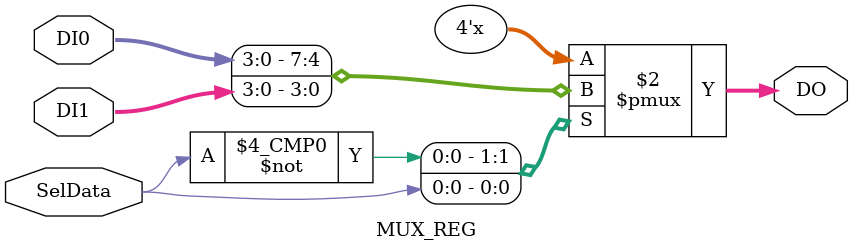
<source format=v>
`timescale 1ns / 1ps
module MUX_REG(
    input [3:0] DI0,
    input [3:0] DI1,
    input SelData,
    output reg [3:0] DO
    );
	 
always @* begin
	case(SelData)
		0: DO <= DI0;
		1: DO <= DI1;
	endcase
end

endmodule

</source>
